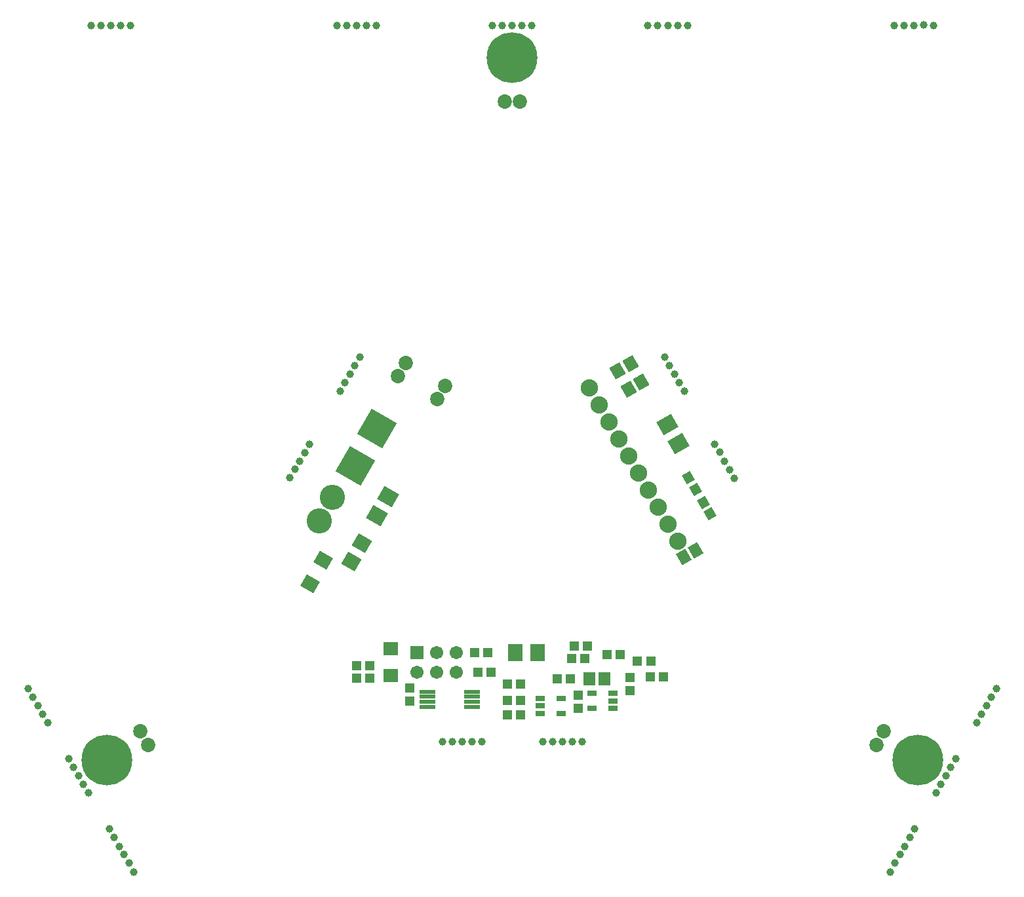
<source format=gbr>
G04 This is an RS-274x file exported by *
G04 gerbv version 2.6A *
G04 More information is available about gerbv at *
G04 http://gerbv.geda-project.org/ *
G04 --End of header info--*
%MOIN*%
%FSLAX34Y34*%
%IPPOS*%
G04 --Define apertures--*
%ADD10C,0.1200*%
%ADD11R,0.0760X0.0860*%
%ADD12C,0.0500*%
%ADD13R,0.0789X0.0237*%
%ADD14R,0.0513X0.0316*%
%ADD15C,0.0390*%
%ADD16C,0.2580*%
%ADD17C,0.0730*%
%ADD18C,0.0880*%
%ADD19C,0.1280*%
%ADD20C,0.0671*%
%ADD21R,0.0671X0.0671*%
%ADD22R,0.0769X0.0671*%
%ADD23R,0.0592X0.0671*%
%ADD24R,0.0474X0.0513*%
%ADD25R,0.0513X0.0474*%
%AMMACRO26*
4,1,4,0.101086,0.027086,0.027086,-0.101086,-0.101086,-0.027086,-0.027086,0.101086,0.101086,0.027086,0.000000*
%
%ADD26MACRO26*%
%AMMACRO27*
4,1,4,-0.056238,-0.011409,-0.018238,0.054409,0.056238,0.011409,0.018238,-0.054409,-0.056238,-0.011409,0.000000*
%
%ADD27MACRO27*%
%AMMACRO28*
4,1,4,0.050061,0.009812,0.016534,-0.048261,-0.050061,-0.009812,-0.016534,0.048261,0.050061,0.009812,0.000000*
%
%ADD28MACRO28*%
%AMMACRO29*
4,1,4,0.018238,0.054409,0.056238,-0.011409,-0.018238,-0.054409,-0.056238,0.011409,0.018238,0.054409,0.000000*
%
%ADD29MACRO29*%
%AMMACRO30*
4,1,4,-0.007649,-0.041994,-0.040192,0.014372,0.007649,0.041994,0.040192,-0.014372,-0.007649,-0.041994,0.000000*
%
%ADD30MACRO30*%
%AMMACRO31*
4,1,4,-0.033338,0.010373,0.007685,0.034059,0.033338,-0.010373,-0.007685,-0.034059,-0.033338,0.010373,0.000000*
%
%ADD31MACRO31*%
%AMMACRO32*
4,1,4,-0.016402,0.050458,0.051898,0.011025,0.016402,-0.050458,-0.051898,-0.011025,-0.016402,0.050458,0.000000*
%
%ADD32MACRO32*%
%AMMACRO33*
4,1,4,0.008862,0.043832,0.042389,-0.014241,-0.008862,-0.043832,-0.042389,0.014241,0.008862,0.043832,0.000000*
%
%ADD33MACRO33*%
G04 --Start main section--*
G54D25*
G01X0022118Y0014806D03*
G01X0022787Y0014806D03*
G01X0029787Y0013056D03*
G01X0030456Y0013056D03*
G54D24*
G01X0033412Y0012657D03*
G01X0033412Y0013326D03*
G54D25*
G01X0029787Y0013868D03*
G01X0030456Y0013868D03*
G01X0035537Y0015368D03*
G01X0034868Y0015368D03*
G54D23*
G01X0033975Y0014156D03*
G01X0034723Y0014156D03*
G54D25*
G01X0032325Y0014156D03*
G01X0032994Y0014156D03*
G54D24*
G01X0036037Y0013556D03*
G01X0036037Y0014225D03*
G54D26*
G01X0023157Y0026871D03*
G01X0022072Y0024991D03*
G54D27*
G01X0023724Y0023431D03*
G01X0023159Y0022452D03*
G54D22*
G01X0023850Y0014306D03*
G01X0023850Y0015684D03*
G54D28*
G01X0019757Y0018991D03*
G01X0020446Y0020184D03*
G54D29*
G01X0038507Y0026106D03*
G01X0037942Y0027084D03*
G54D11*
G01X0030206Y0015495D03*
G01X0031336Y0015495D03*
G54D30*
G01X0039349Y0020681D03*
G01X0038769Y0020346D03*
G54D21*
G01X0025202Y0015481D03*
G54D20*
G01X0025202Y0014481D03*
G01X0026202Y0015481D03*
G01X0026202Y0014481D03*
G01X0027202Y0015481D03*
G01X0027202Y0014481D03*
G54D19*
G01X0020913Y0023368D03*
G01X0020224Y0022175D03*
G54D12*
G01X0020914Y0023369D03*
G01X0020224Y0022174D03*
G54D18*
G01X0033947Y0028941D03*
G01X0034447Y0028075D03*
G01X0034947Y0027209D03*
G01X0035447Y0026343D03*
G01X0035947Y0025477D03*
G01X0036447Y0024611D03*
G01X0036947Y0023745D03*
G01X0037447Y0022879D03*
G01X0037947Y0022013D03*
G01X0038447Y0021147D03*
G54D17*
G01X0024627Y0030221D03*
G01X0024233Y0029539D03*
G01X0026618Y0029048D03*
G01X0026224Y0028366D03*
G01X0029648Y0043529D03*
G01X0030435Y0043529D03*
G01X0011538Y0010793D03*
G01X0011144Y0011475D03*
G01X0048946Y0011469D03*
G01X0048553Y0010787D03*
G54D16*
G01X0030037Y0045741D03*
G01X0050657Y0010031D03*
G01X0009427Y0010031D03*
G54D15*
G01X0008627Y0047391D03*
G01X0009132Y0047396D03*
G01X0009632Y0047396D03*
G01X0010127Y0047396D03*
G01X0010632Y0047386D03*
G01X0021127Y0047391D03*
G01X0021637Y0047391D03*
G01X0022132Y0047391D03*
G01X0022632Y0047396D03*
G01X0023127Y0047396D03*
G01X0029037Y0047396D03*
G01X0029537Y0047396D03*
G01X0030037Y0047396D03*
G01X0030537Y0047396D03*
G01X0031037Y0047396D03*
G01X0036942Y0047391D03*
G01X0037442Y0047396D03*
G01X0037952Y0047396D03*
G01X0038447Y0047396D03*
G01X0038952Y0047391D03*
G01X0049447Y0047391D03*
G01X0049947Y0047391D03*
G01X0050447Y0047391D03*
G01X0050947Y0047401D03*
G01X0051457Y0047391D03*
G01X0054647Y0013656D03*
G01X0054397Y0013221D03*
G01X0053647Y0011921D03*
G01X0053897Y0012356D03*
G01X0054147Y0012791D03*
G01X0052582Y0010081D03*
G01X0052332Y0009646D03*
G01X0051582Y0008346D03*
G01X0051832Y0008781D03*
G01X0052082Y0009216D03*
G01X0050262Y0006066D03*
G01X0050012Y0005631D03*
G01X0049262Y0004331D03*
G01X0049512Y0004766D03*
G01X0049762Y0005201D03*
G01X0050512Y0006511D03*
G01X0010807Y0004331D03*
G01X0010557Y0004766D03*
G01X0010307Y0005201D03*
G01X0009557Y0006506D03*
G01X0009812Y0006066D03*
G01X0010057Y0005631D03*
G01X0008492Y0008346D03*
G01X0008242Y0008781D03*
G01X0007992Y0009216D03*
G01X0007492Y0010076D03*
G01X0007742Y0009646D03*
G01X0006427Y0011921D03*
G01X0006177Y0012356D03*
G01X0005927Y0012791D03*
G01X0005432Y0013656D03*
G01X0005677Y0013221D03*
G01X0031587Y0010941D03*
G01X0032087Y0010941D03*
G01X0032587Y0010941D03*
G01X0033087Y0010941D03*
G01X0033587Y0010941D03*
G01X0026487Y0010936D03*
G01X0026987Y0010941D03*
G01X0027487Y0010941D03*
G01X0027987Y0010941D03*
G01X0028487Y0010941D03*
G01X0037787Y0030516D03*
G01X0038037Y0030081D03*
G01X0038287Y0029651D03*
G01X0038537Y0029216D03*
G01X0038792Y0028781D03*
G01X0040337Y0026096D03*
G01X0040587Y0025666D03*
G01X0040837Y0025231D03*
G01X0041087Y0024796D03*
G01X0041337Y0024361D03*
G01X0022287Y0030516D03*
G01X0022032Y0030081D03*
G01X0021787Y0029651D03*
G01X0021537Y0029216D03*
G01X0021287Y0028781D03*
G01X0019737Y0026096D03*
G01X0019487Y0025661D03*
G01X0019237Y0025231D03*
G01X0018987Y0024801D03*
G01X0018737Y0024366D03*
G54D25*
G01X0036412Y0015056D03*
G01X0037081Y0015056D03*
G01X0022787Y0014181D03*
G01X0022118Y0014181D03*
G01X0030474Y0012306D03*
G01X0029805Y0012306D03*
G54D31*
G01X0039762Y0023121D03*
G01X0040097Y0022541D03*
G01X0039012Y0024371D03*
G01X0039347Y0023791D03*
G54D32*
G01X0022413Y0021056D03*
G01X0021862Y0020101D03*
G54D24*
G01X0024832Y0013001D03*
G01X0024832Y0013670D03*
G54D33*
G01X0035412Y0029806D03*
G01X0036060Y0030180D03*
G01X0036600Y0029243D03*
G01X0035952Y0028869D03*
G54D25*
G01X0037724Y0014243D03*
G01X0037055Y0014243D03*
G01X0033724Y0015181D03*
G01X0033055Y0015181D03*
G01X0028287Y0014493D03*
G01X0028956Y0014493D03*
G01X0028807Y0015470D03*
G01X0028138Y0015470D03*
G01X0033877Y0015821D03*
G01X0033208Y0015821D03*
G54D14*
G01X0031475Y0013143D03*
G01X0031475Y0012769D03*
G01X0031475Y0012395D03*
G01X0032537Y0012395D03*
G01X0032537Y0013143D03*
G54D13*
G01X0028012Y0012727D03*
G01X0028012Y0012983D03*
G01X0028012Y0013239D03*
G01X0028012Y0013494D03*
G01X0025729Y0013494D03*
G01X0025729Y0013239D03*
G01X0025729Y0012983D03*
G01X0025729Y0012727D03*
G54D14*
G01X0035161Y0012657D03*
G01X0035161Y0013031D03*
G01X0035161Y0013405D03*
G01X0034098Y0013405D03*
G01X0034098Y0012657D03*
M02*

</source>
